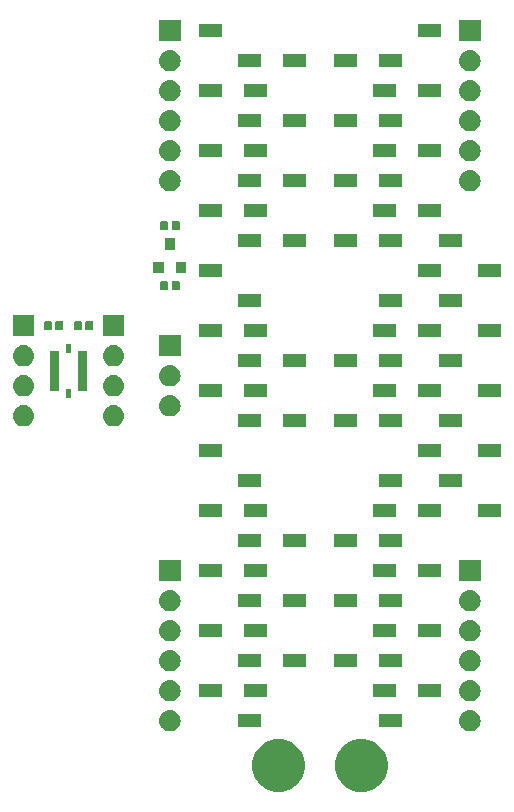
<source format=gts>
G04 #@! TF.GenerationSoftware,KiCad,Pcbnew,(5.1.4)-1*
G04 #@! TF.CreationDate,2021-07-20T22:26:21+09:00*
G04 #@! TF.ProjectId,UAV2021_ver3_panelizing,55415632-3032-4315-9f76-6572335f7061,rev?*
G04 #@! TF.SameCoordinates,Original*
G04 #@! TF.FileFunction,Soldermask,Top*
G04 #@! TF.FilePolarity,Negative*
%FSLAX46Y46*%
G04 Gerber Fmt 4.6, Leading zero omitted, Abs format (unit mm)*
G04 Created by KiCad (PCBNEW (5.1.4)-1) date 2021-07-20 22:26:21*
%MOMM*%
%LPD*%
G04 APERTURE LIST*
%ADD10C,0.100000*%
G04 APERTURE END LIST*
D10*
G36*
X3775880Y-30759776D02*
G01*
X4156593Y-30835504D01*
X4566249Y-31005189D01*
X4934929Y-31251534D01*
X5248466Y-31565071D01*
X5494811Y-31933751D01*
X5664496Y-32343407D01*
X5751000Y-32778296D01*
X5751000Y-33221704D01*
X5664496Y-33656593D01*
X5494811Y-34066249D01*
X5248466Y-34434929D01*
X4934929Y-34748466D01*
X4566249Y-34994811D01*
X4156593Y-35164496D01*
X3775880Y-35240224D01*
X3721705Y-35251000D01*
X3278295Y-35251000D01*
X3224120Y-35240224D01*
X2843407Y-35164496D01*
X2433751Y-34994811D01*
X2065071Y-34748466D01*
X1751534Y-34434929D01*
X1505189Y-34066249D01*
X1335504Y-33656593D01*
X1249000Y-33221704D01*
X1249000Y-32778296D01*
X1335504Y-32343407D01*
X1505189Y-31933751D01*
X1751534Y-31565071D01*
X2065071Y-31251534D01*
X2433751Y-31005189D01*
X2843407Y-30835504D01*
X3224120Y-30759776D01*
X3278295Y-30749000D01*
X3721705Y-30749000D01*
X3775880Y-30759776D01*
X3775880Y-30759776D01*
G37*
G36*
X-3224120Y-30759776D02*
G01*
X-2843407Y-30835504D01*
X-2433751Y-31005189D01*
X-2065071Y-31251534D01*
X-1751534Y-31565071D01*
X-1505189Y-31933751D01*
X-1335504Y-32343407D01*
X-1249000Y-32778296D01*
X-1249000Y-33221704D01*
X-1335504Y-33656593D01*
X-1505189Y-34066249D01*
X-1751534Y-34434929D01*
X-2065071Y-34748466D01*
X-2433751Y-34994811D01*
X-2843407Y-35164496D01*
X-3224120Y-35240224D01*
X-3278295Y-35251000D01*
X-3721705Y-35251000D01*
X-3775880Y-35240224D01*
X-4156593Y-35164496D01*
X-4566249Y-34994811D01*
X-4934929Y-34748466D01*
X-5248466Y-34434929D01*
X-5494811Y-34066249D01*
X-5664496Y-33656593D01*
X-5751000Y-33221704D01*
X-5751000Y-32778296D01*
X-5664496Y-32343407D01*
X-5494811Y-31933751D01*
X-5248466Y-31565071D01*
X-4934929Y-31251534D01*
X-4566249Y-31005189D01*
X-4156593Y-30835504D01*
X-3775880Y-30759776D01*
X-3721705Y-30749000D01*
X-3278295Y-30749000D01*
X-3224120Y-30759776D01*
X-3224120Y-30759776D01*
G37*
G36*
X-12589558Y-28315518D02*
G01*
X-12523373Y-28322037D01*
X-12353534Y-28373557D01*
X-12197009Y-28457222D01*
X-12161271Y-28486552D01*
X-12059814Y-28569814D01*
X-11986622Y-28659000D01*
X-11947222Y-28707009D01*
X-11863557Y-28863534D01*
X-11812037Y-29033373D01*
X-11794641Y-29210000D01*
X-11812037Y-29386627D01*
X-11863557Y-29556466D01*
X-11947222Y-29712991D01*
X-11976552Y-29748729D01*
X-12059814Y-29850186D01*
X-12161271Y-29933448D01*
X-12197009Y-29962778D01*
X-12353534Y-30046443D01*
X-12523373Y-30097963D01*
X-12589558Y-30104482D01*
X-12655740Y-30111000D01*
X-12744260Y-30111000D01*
X-12810442Y-30104482D01*
X-12876627Y-30097963D01*
X-13046466Y-30046443D01*
X-13202991Y-29962778D01*
X-13238729Y-29933448D01*
X-13340186Y-29850186D01*
X-13423448Y-29748729D01*
X-13452778Y-29712991D01*
X-13536443Y-29556466D01*
X-13587963Y-29386627D01*
X-13605359Y-29210000D01*
X-13587963Y-29033373D01*
X-13536443Y-28863534D01*
X-13452778Y-28707009D01*
X-13413378Y-28659000D01*
X-13340186Y-28569814D01*
X-13238729Y-28486552D01*
X-13202991Y-28457222D01*
X-13046466Y-28373557D01*
X-12876627Y-28322037D01*
X-12810442Y-28315518D01*
X-12744260Y-28309000D01*
X-12655740Y-28309000D01*
X-12589558Y-28315518D01*
X-12589558Y-28315518D01*
G37*
G36*
X12810442Y-28315518D02*
G01*
X12876627Y-28322037D01*
X13046466Y-28373557D01*
X13202991Y-28457222D01*
X13238729Y-28486552D01*
X13340186Y-28569814D01*
X13413378Y-28659000D01*
X13452778Y-28707009D01*
X13536443Y-28863534D01*
X13587963Y-29033373D01*
X13605359Y-29210000D01*
X13587963Y-29386627D01*
X13536443Y-29556466D01*
X13452778Y-29712991D01*
X13423448Y-29748729D01*
X13340186Y-29850186D01*
X13238729Y-29933448D01*
X13202991Y-29962778D01*
X13046466Y-30046443D01*
X12876627Y-30097963D01*
X12810442Y-30104482D01*
X12744260Y-30111000D01*
X12655740Y-30111000D01*
X12589558Y-30104482D01*
X12523373Y-30097963D01*
X12353534Y-30046443D01*
X12197009Y-29962778D01*
X12161271Y-29933448D01*
X12059814Y-29850186D01*
X11976552Y-29748729D01*
X11947222Y-29712991D01*
X11863557Y-29556466D01*
X11812037Y-29386627D01*
X11794641Y-29210000D01*
X11812037Y-29033373D01*
X11863557Y-28863534D01*
X11947222Y-28707009D01*
X11986622Y-28659000D01*
X12059814Y-28569814D01*
X12161271Y-28486552D01*
X12197009Y-28457222D01*
X12353534Y-28373557D01*
X12523373Y-28322037D01*
X12589558Y-28315518D01*
X12655740Y-28309000D01*
X12744260Y-28309000D01*
X12810442Y-28315518D01*
X12810442Y-28315518D01*
G37*
G36*
X6971000Y-29761000D02*
G01*
X4969000Y-29761000D01*
X4969000Y-28659000D01*
X6971000Y-28659000D01*
X6971000Y-29761000D01*
X6971000Y-29761000D01*
G37*
G36*
X-4969000Y-29761000D02*
G01*
X-6971000Y-29761000D01*
X-6971000Y-28659000D01*
X-4969000Y-28659000D01*
X-4969000Y-29761000D01*
X-4969000Y-29761000D01*
G37*
G36*
X12810442Y-25775518D02*
G01*
X12876627Y-25782037D01*
X13046466Y-25833557D01*
X13202991Y-25917222D01*
X13238729Y-25946552D01*
X13340186Y-26029814D01*
X13413378Y-26119000D01*
X13452778Y-26167009D01*
X13536443Y-26323534D01*
X13587963Y-26493373D01*
X13605359Y-26670000D01*
X13587963Y-26846627D01*
X13536443Y-27016466D01*
X13452778Y-27172991D01*
X13423448Y-27208729D01*
X13340186Y-27310186D01*
X13238729Y-27393448D01*
X13202991Y-27422778D01*
X13046466Y-27506443D01*
X12876627Y-27557963D01*
X12810442Y-27564482D01*
X12744260Y-27571000D01*
X12655740Y-27571000D01*
X12589558Y-27564482D01*
X12523373Y-27557963D01*
X12353534Y-27506443D01*
X12197009Y-27422778D01*
X12161271Y-27393448D01*
X12059814Y-27310186D01*
X11976552Y-27208729D01*
X11947222Y-27172991D01*
X11863557Y-27016466D01*
X11812037Y-26846627D01*
X11794641Y-26670000D01*
X11812037Y-26493373D01*
X11863557Y-26323534D01*
X11947222Y-26167009D01*
X11986622Y-26119000D01*
X12059814Y-26029814D01*
X12161271Y-25946552D01*
X12197009Y-25917222D01*
X12353534Y-25833557D01*
X12523373Y-25782037D01*
X12589557Y-25775519D01*
X12655740Y-25769000D01*
X12744260Y-25769000D01*
X12810442Y-25775518D01*
X12810442Y-25775518D01*
G37*
G36*
X-12589557Y-25775519D02*
G01*
X-12523373Y-25782037D01*
X-12353534Y-25833557D01*
X-12197009Y-25917222D01*
X-12161271Y-25946552D01*
X-12059814Y-26029814D01*
X-11986622Y-26119000D01*
X-11947222Y-26167009D01*
X-11863557Y-26323534D01*
X-11812037Y-26493373D01*
X-11794641Y-26670000D01*
X-11812037Y-26846627D01*
X-11863557Y-27016466D01*
X-11947222Y-27172991D01*
X-11976552Y-27208729D01*
X-12059814Y-27310186D01*
X-12161271Y-27393448D01*
X-12197009Y-27422778D01*
X-12353534Y-27506443D01*
X-12523373Y-27557963D01*
X-12589558Y-27564482D01*
X-12655740Y-27571000D01*
X-12744260Y-27571000D01*
X-12810442Y-27564482D01*
X-12876627Y-27557963D01*
X-13046466Y-27506443D01*
X-13202991Y-27422778D01*
X-13238729Y-27393448D01*
X-13340186Y-27310186D01*
X-13423448Y-27208729D01*
X-13452778Y-27172991D01*
X-13536443Y-27016466D01*
X-13587963Y-26846627D01*
X-13605359Y-26670000D01*
X-13587963Y-26493373D01*
X-13536443Y-26323534D01*
X-13452778Y-26167009D01*
X-13413378Y-26119000D01*
X-13340186Y-26029814D01*
X-13238729Y-25946552D01*
X-13202991Y-25917222D01*
X-13046466Y-25833557D01*
X-12876627Y-25782037D01*
X-12810442Y-25775518D01*
X-12744260Y-25769000D01*
X-12655740Y-25769000D01*
X-12589557Y-25775519D01*
X-12589557Y-25775519D01*
G37*
G36*
X-8269000Y-27221000D02*
G01*
X-10271000Y-27221000D01*
X-10271000Y-26119000D01*
X-8269000Y-26119000D01*
X-8269000Y-27221000D01*
X-8269000Y-27221000D01*
G37*
G36*
X-4459000Y-27221000D02*
G01*
X-6461000Y-27221000D01*
X-6461000Y-26119000D01*
X-4459000Y-26119000D01*
X-4459000Y-27221000D01*
X-4459000Y-27221000D01*
G37*
G36*
X6461000Y-27221000D02*
G01*
X4459000Y-27221000D01*
X4459000Y-26119000D01*
X6461000Y-26119000D01*
X6461000Y-27221000D01*
X6461000Y-27221000D01*
G37*
G36*
X10271000Y-27221000D02*
G01*
X8269000Y-27221000D01*
X8269000Y-26119000D01*
X10271000Y-26119000D01*
X10271000Y-27221000D01*
X10271000Y-27221000D01*
G37*
G36*
X-12589558Y-23235518D02*
G01*
X-12523373Y-23242037D01*
X-12353534Y-23293557D01*
X-12197009Y-23377222D01*
X-12161271Y-23406552D01*
X-12059814Y-23489814D01*
X-11986622Y-23579000D01*
X-11947222Y-23627009D01*
X-11863557Y-23783534D01*
X-11812037Y-23953373D01*
X-11794641Y-24130000D01*
X-11812037Y-24306627D01*
X-11863557Y-24476466D01*
X-11947222Y-24632991D01*
X-11976552Y-24668729D01*
X-12059814Y-24770186D01*
X-12161271Y-24853448D01*
X-12197009Y-24882778D01*
X-12353534Y-24966443D01*
X-12523373Y-25017963D01*
X-12589557Y-25024481D01*
X-12655740Y-25031000D01*
X-12744260Y-25031000D01*
X-12810443Y-25024481D01*
X-12876627Y-25017963D01*
X-13046466Y-24966443D01*
X-13202991Y-24882778D01*
X-13238729Y-24853448D01*
X-13340186Y-24770186D01*
X-13423448Y-24668729D01*
X-13452778Y-24632991D01*
X-13536443Y-24476466D01*
X-13587963Y-24306627D01*
X-13605359Y-24130000D01*
X-13587963Y-23953373D01*
X-13536443Y-23783534D01*
X-13452778Y-23627009D01*
X-13413378Y-23579000D01*
X-13340186Y-23489814D01*
X-13238729Y-23406552D01*
X-13202991Y-23377222D01*
X-13046466Y-23293557D01*
X-12876627Y-23242037D01*
X-12810442Y-23235518D01*
X-12744260Y-23229000D01*
X-12655740Y-23229000D01*
X-12589558Y-23235518D01*
X-12589558Y-23235518D01*
G37*
G36*
X12810442Y-23235518D02*
G01*
X12876627Y-23242037D01*
X13046466Y-23293557D01*
X13202991Y-23377222D01*
X13238729Y-23406552D01*
X13340186Y-23489814D01*
X13413378Y-23579000D01*
X13452778Y-23627009D01*
X13536443Y-23783534D01*
X13587963Y-23953373D01*
X13605359Y-24130000D01*
X13587963Y-24306627D01*
X13536443Y-24476466D01*
X13452778Y-24632991D01*
X13423448Y-24668729D01*
X13340186Y-24770186D01*
X13238729Y-24853448D01*
X13202991Y-24882778D01*
X13046466Y-24966443D01*
X12876627Y-25017963D01*
X12810443Y-25024481D01*
X12744260Y-25031000D01*
X12655740Y-25031000D01*
X12589557Y-25024481D01*
X12523373Y-25017963D01*
X12353534Y-24966443D01*
X12197009Y-24882778D01*
X12161271Y-24853448D01*
X12059814Y-24770186D01*
X11976552Y-24668729D01*
X11947222Y-24632991D01*
X11863557Y-24476466D01*
X11812037Y-24306627D01*
X11794641Y-24130000D01*
X11812037Y-23953373D01*
X11863557Y-23783534D01*
X11947222Y-23627009D01*
X11986622Y-23579000D01*
X12059814Y-23489814D01*
X12161271Y-23406552D01*
X12197009Y-23377222D01*
X12353534Y-23293557D01*
X12523373Y-23242037D01*
X12589558Y-23235518D01*
X12655740Y-23229000D01*
X12744260Y-23229000D01*
X12810442Y-23235518D01*
X12810442Y-23235518D01*
G37*
G36*
X3161000Y-24681000D02*
G01*
X1159000Y-24681000D01*
X1159000Y-23579000D01*
X3161000Y-23579000D01*
X3161000Y-24681000D01*
X3161000Y-24681000D01*
G37*
G36*
X6971000Y-24681000D02*
G01*
X4969000Y-24681000D01*
X4969000Y-23579000D01*
X6971000Y-23579000D01*
X6971000Y-24681000D01*
X6971000Y-24681000D01*
G37*
G36*
X-4969000Y-24681000D02*
G01*
X-6971000Y-24681000D01*
X-6971000Y-23579000D01*
X-4969000Y-23579000D01*
X-4969000Y-24681000D01*
X-4969000Y-24681000D01*
G37*
G36*
X-1159000Y-24681000D02*
G01*
X-3161000Y-24681000D01*
X-3161000Y-23579000D01*
X-1159000Y-23579000D01*
X-1159000Y-24681000D01*
X-1159000Y-24681000D01*
G37*
G36*
X12810443Y-20695519D02*
G01*
X12876627Y-20702037D01*
X13046466Y-20753557D01*
X13202991Y-20837222D01*
X13238729Y-20866552D01*
X13340186Y-20949814D01*
X13413378Y-21039000D01*
X13452778Y-21087009D01*
X13536443Y-21243534D01*
X13587963Y-21413373D01*
X13605359Y-21590000D01*
X13587963Y-21766627D01*
X13536443Y-21936466D01*
X13452778Y-22092991D01*
X13423448Y-22128729D01*
X13340186Y-22230186D01*
X13238729Y-22313448D01*
X13202991Y-22342778D01*
X13046466Y-22426443D01*
X12876627Y-22477963D01*
X12810442Y-22484482D01*
X12744260Y-22491000D01*
X12655740Y-22491000D01*
X12589558Y-22484482D01*
X12523373Y-22477963D01*
X12353534Y-22426443D01*
X12197009Y-22342778D01*
X12161271Y-22313448D01*
X12059814Y-22230186D01*
X11976552Y-22128729D01*
X11947222Y-22092991D01*
X11863557Y-21936466D01*
X11812037Y-21766627D01*
X11794641Y-21590000D01*
X11812037Y-21413373D01*
X11863557Y-21243534D01*
X11947222Y-21087009D01*
X11986622Y-21039000D01*
X12059814Y-20949814D01*
X12161271Y-20866552D01*
X12197009Y-20837222D01*
X12353534Y-20753557D01*
X12523373Y-20702037D01*
X12589557Y-20695519D01*
X12655740Y-20689000D01*
X12744260Y-20689000D01*
X12810443Y-20695519D01*
X12810443Y-20695519D01*
G37*
G36*
X-12589557Y-20695519D02*
G01*
X-12523373Y-20702037D01*
X-12353534Y-20753557D01*
X-12197009Y-20837222D01*
X-12161271Y-20866552D01*
X-12059814Y-20949814D01*
X-11986622Y-21039000D01*
X-11947222Y-21087009D01*
X-11863557Y-21243534D01*
X-11812037Y-21413373D01*
X-11794641Y-21590000D01*
X-11812037Y-21766627D01*
X-11863557Y-21936466D01*
X-11947222Y-22092991D01*
X-11976552Y-22128729D01*
X-12059814Y-22230186D01*
X-12161271Y-22313448D01*
X-12197009Y-22342778D01*
X-12353534Y-22426443D01*
X-12523373Y-22477963D01*
X-12589558Y-22484482D01*
X-12655740Y-22491000D01*
X-12744260Y-22491000D01*
X-12810442Y-22484482D01*
X-12876627Y-22477963D01*
X-13046466Y-22426443D01*
X-13202991Y-22342778D01*
X-13238729Y-22313448D01*
X-13340186Y-22230186D01*
X-13423448Y-22128729D01*
X-13452778Y-22092991D01*
X-13536443Y-21936466D01*
X-13587963Y-21766627D01*
X-13605359Y-21590000D01*
X-13587963Y-21413373D01*
X-13536443Y-21243534D01*
X-13452778Y-21087009D01*
X-13413378Y-21039000D01*
X-13340186Y-20949814D01*
X-13238729Y-20866552D01*
X-13202991Y-20837222D01*
X-13046466Y-20753557D01*
X-12876627Y-20702037D01*
X-12810443Y-20695519D01*
X-12744260Y-20689000D01*
X-12655740Y-20689000D01*
X-12589557Y-20695519D01*
X-12589557Y-20695519D01*
G37*
G36*
X10271000Y-22141000D02*
G01*
X8269000Y-22141000D01*
X8269000Y-21039000D01*
X10271000Y-21039000D01*
X10271000Y-22141000D01*
X10271000Y-22141000D01*
G37*
G36*
X-8269000Y-22141000D02*
G01*
X-10271000Y-22141000D01*
X-10271000Y-21039000D01*
X-8269000Y-21039000D01*
X-8269000Y-22141000D01*
X-8269000Y-22141000D01*
G37*
G36*
X6461000Y-22141000D02*
G01*
X4459000Y-22141000D01*
X4459000Y-21039000D01*
X6461000Y-21039000D01*
X6461000Y-22141000D01*
X6461000Y-22141000D01*
G37*
G36*
X-4459000Y-22141000D02*
G01*
X-6461000Y-22141000D01*
X-6461000Y-21039000D01*
X-4459000Y-21039000D01*
X-4459000Y-22141000D01*
X-4459000Y-22141000D01*
G37*
G36*
X12810442Y-18155518D02*
G01*
X12876627Y-18162037D01*
X13046466Y-18213557D01*
X13202991Y-18297222D01*
X13238729Y-18326552D01*
X13340186Y-18409814D01*
X13413378Y-18499000D01*
X13452778Y-18547009D01*
X13536443Y-18703534D01*
X13587963Y-18873373D01*
X13605359Y-19050000D01*
X13587963Y-19226627D01*
X13536443Y-19396466D01*
X13452778Y-19552991D01*
X13423448Y-19588729D01*
X13340186Y-19690186D01*
X13238729Y-19773448D01*
X13202991Y-19802778D01*
X13046466Y-19886443D01*
X12876627Y-19937963D01*
X12810442Y-19944482D01*
X12744260Y-19951000D01*
X12655740Y-19951000D01*
X12589558Y-19944482D01*
X12523373Y-19937963D01*
X12353534Y-19886443D01*
X12197009Y-19802778D01*
X12161271Y-19773448D01*
X12059814Y-19690186D01*
X11976552Y-19588729D01*
X11947222Y-19552991D01*
X11863557Y-19396466D01*
X11812037Y-19226627D01*
X11794641Y-19050000D01*
X11812037Y-18873373D01*
X11863557Y-18703534D01*
X11947222Y-18547009D01*
X11986622Y-18499000D01*
X12059814Y-18409814D01*
X12161271Y-18326552D01*
X12197009Y-18297222D01*
X12353534Y-18213557D01*
X12523373Y-18162037D01*
X12589558Y-18155518D01*
X12655740Y-18149000D01*
X12744260Y-18149000D01*
X12810442Y-18155518D01*
X12810442Y-18155518D01*
G37*
G36*
X-12589558Y-18155518D02*
G01*
X-12523373Y-18162037D01*
X-12353534Y-18213557D01*
X-12197009Y-18297222D01*
X-12161271Y-18326552D01*
X-12059814Y-18409814D01*
X-11986622Y-18499000D01*
X-11947222Y-18547009D01*
X-11863557Y-18703534D01*
X-11812037Y-18873373D01*
X-11794641Y-19050000D01*
X-11812037Y-19226627D01*
X-11863557Y-19396466D01*
X-11947222Y-19552991D01*
X-11976552Y-19588729D01*
X-12059814Y-19690186D01*
X-12161271Y-19773448D01*
X-12197009Y-19802778D01*
X-12353534Y-19886443D01*
X-12523373Y-19937963D01*
X-12589558Y-19944482D01*
X-12655740Y-19951000D01*
X-12744260Y-19951000D01*
X-12810442Y-19944482D01*
X-12876627Y-19937963D01*
X-13046466Y-19886443D01*
X-13202991Y-19802778D01*
X-13238729Y-19773448D01*
X-13340186Y-19690186D01*
X-13423448Y-19588729D01*
X-13452778Y-19552991D01*
X-13536443Y-19396466D01*
X-13587963Y-19226627D01*
X-13605359Y-19050000D01*
X-13587963Y-18873373D01*
X-13536443Y-18703534D01*
X-13452778Y-18547009D01*
X-13413378Y-18499000D01*
X-13340186Y-18409814D01*
X-13238729Y-18326552D01*
X-13202991Y-18297222D01*
X-13046466Y-18213557D01*
X-12876627Y-18162037D01*
X-12810442Y-18155518D01*
X-12744260Y-18149000D01*
X-12655740Y-18149000D01*
X-12589558Y-18155518D01*
X-12589558Y-18155518D01*
G37*
G36*
X-1159000Y-19601000D02*
G01*
X-3161000Y-19601000D01*
X-3161000Y-18499000D01*
X-1159000Y-18499000D01*
X-1159000Y-19601000D01*
X-1159000Y-19601000D01*
G37*
G36*
X6971000Y-19601000D02*
G01*
X4969000Y-19601000D01*
X4969000Y-18499000D01*
X6971000Y-18499000D01*
X6971000Y-19601000D01*
X6971000Y-19601000D01*
G37*
G36*
X-4969000Y-19601000D02*
G01*
X-6971000Y-19601000D01*
X-6971000Y-18499000D01*
X-4969000Y-18499000D01*
X-4969000Y-19601000D01*
X-4969000Y-19601000D01*
G37*
G36*
X3161000Y-19601000D02*
G01*
X1159000Y-19601000D01*
X1159000Y-18499000D01*
X3161000Y-18499000D01*
X3161000Y-19601000D01*
X3161000Y-19601000D01*
G37*
G36*
X-11799000Y-17411000D02*
G01*
X-13601000Y-17411000D01*
X-13601000Y-15609000D01*
X-11799000Y-15609000D01*
X-11799000Y-17411000D01*
X-11799000Y-17411000D01*
G37*
G36*
X13601000Y-17411000D02*
G01*
X11799000Y-17411000D01*
X11799000Y-15609000D01*
X13601000Y-15609000D01*
X13601000Y-17411000D01*
X13601000Y-17411000D01*
G37*
G36*
X6461000Y-17061000D02*
G01*
X4459000Y-17061000D01*
X4459000Y-15959000D01*
X6461000Y-15959000D01*
X6461000Y-17061000D01*
X6461000Y-17061000D01*
G37*
G36*
X10271000Y-17061000D02*
G01*
X8269000Y-17061000D01*
X8269000Y-15959000D01*
X10271000Y-15959000D01*
X10271000Y-17061000D01*
X10271000Y-17061000D01*
G37*
G36*
X-8269000Y-17061000D02*
G01*
X-10271000Y-17061000D01*
X-10271000Y-15959000D01*
X-8269000Y-15959000D01*
X-8269000Y-17061000D01*
X-8269000Y-17061000D01*
G37*
G36*
X-4459000Y-17061000D02*
G01*
X-6461000Y-17061000D01*
X-6461000Y-15959000D01*
X-4459000Y-15959000D01*
X-4459000Y-17061000D01*
X-4459000Y-17061000D01*
G37*
G36*
X-1159000Y-14521000D02*
G01*
X-3161000Y-14521000D01*
X-3161000Y-13419000D01*
X-1159000Y-13419000D01*
X-1159000Y-14521000D01*
X-1159000Y-14521000D01*
G37*
G36*
X3161000Y-14521000D02*
G01*
X1159000Y-14521000D01*
X1159000Y-13419000D01*
X3161000Y-13419000D01*
X3161000Y-14521000D01*
X3161000Y-14521000D01*
G37*
G36*
X-4969000Y-14521000D02*
G01*
X-6971000Y-14521000D01*
X-6971000Y-13419000D01*
X-4969000Y-13419000D01*
X-4969000Y-14521000D01*
X-4969000Y-14521000D01*
G37*
G36*
X6971000Y-14521000D02*
G01*
X4969000Y-14521000D01*
X4969000Y-13419000D01*
X6971000Y-13419000D01*
X6971000Y-14521000D01*
X6971000Y-14521000D01*
G37*
G36*
X-4459000Y-11981000D02*
G01*
X-6461000Y-11981000D01*
X-6461000Y-10879000D01*
X-4459000Y-10879000D01*
X-4459000Y-11981000D01*
X-4459000Y-11981000D01*
G37*
G36*
X6461000Y-11981000D02*
G01*
X4459000Y-11981000D01*
X4459000Y-10879000D01*
X6461000Y-10879000D01*
X6461000Y-11981000D01*
X6461000Y-11981000D01*
G37*
G36*
X-8269000Y-11981000D02*
G01*
X-10271000Y-11981000D01*
X-10271000Y-10879000D01*
X-8269000Y-10879000D01*
X-8269000Y-11981000D01*
X-8269000Y-11981000D01*
G37*
G36*
X10271000Y-11981000D02*
G01*
X8269000Y-11981000D01*
X8269000Y-10879000D01*
X10271000Y-10879000D01*
X10271000Y-11981000D01*
X10271000Y-11981000D01*
G37*
G36*
X15351000Y-11981000D02*
G01*
X13349000Y-11981000D01*
X13349000Y-10879000D01*
X15351000Y-10879000D01*
X15351000Y-11981000D01*
X15351000Y-11981000D01*
G37*
G36*
X12051000Y-9441000D02*
G01*
X10049000Y-9441000D01*
X10049000Y-8339000D01*
X12051000Y-8339000D01*
X12051000Y-9441000D01*
X12051000Y-9441000D01*
G37*
G36*
X-4969000Y-9441000D02*
G01*
X-6971000Y-9441000D01*
X-6971000Y-8339000D01*
X-4969000Y-8339000D01*
X-4969000Y-9441000D01*
X-4969000Y-9441000D01*
G37*
G36*
X6971000Y-9441000D02*
G01*
X4969000Y-9441000D01*
X4969000Y-8339000D01*
X6971000Y-8339000D01*
X6971000Y-9441000D01*
X6971000Y-9441000D01*
G37*
G36*
X-8269000Y-6901000D02*
G01*
X-10271000Y-6901000D01*
X-10271000Y-5799000D01*
X-8269000Y-5799000D01*
X-8269000Y-6901000D01*
X-8269000Y-6901000D01*
G37*
G36*
X15351000Y-6901000D02*
G01*
X13349000Y-6901000D01*
X13349000Y-5799000D01*
X15351000Y-5799000D01*
X15351000Y-6901000D01*
X15351000Y-6901000D01*
G37*
G36*
X10271000Y-6901000D02*
G01*
X8269000Y-6901000D01*
X8269000Y-5799000D01*
X10271000Y-5799000D01*
X10271000Y-6901000D01*
X10271000Y-6901000D01*
G37*
G36*
X3161000Y-4361000D02*
G01*
X1159000Y-4361000D01*
X1159000Y-3259000D01*
X3161000Y-3259000D01*
X3161000Y-4361000D01*
X3161000Y-4361000D01*
G37*
G36*
X12051000Y-4361000D02*
G01*
X10049000Y-4361000D01*
X10049000Y-3259000D01*
X12051000Y-3259000D01*
X12051000Y-4361000D01*
X12051000Y-4361000D01*
G37*
G36*
X-1159000Y-4361000D02*
G01*
X-3161000Y-4361000D01*
X-3161000Y-3259000D01*
X-1159000Y-3259000D01*
X-1159000Y-4361000D01*
X-1159000Y-4361000D01*
G37*
G36*
X6971000Y-4361000D02*
G01*
X4969000Y-4361000D01*
X4969000Y-3259000D01*
X6971000Y-3259000D01*
X6971000Y-4361000D01*
X6971000Y-4361000D01*
G37*
G36*
X-4969000Y-4361000D02*
G01*
X-6971000Y-4361000D01*
X-6971000Y-3259000D01*
X-4969000Y-3259000D01*
X-4969000Y-4361000D01*
X-4969000Y-4361000D01*
G37*
G36*
X-24979557Y-2495519D02*
G01*
X-24913373Y-2502037D01*
X-24743534Y-2553557D01*
X-24587009Y-2637222D01*
X-24551271Y-2666552D01*
X-24449814Y-2749814D01*
X-24366552Y-2851271D01*
X-24337222Y-2887009D01*
X-24253557Y-3043534D01*
X-24202037Y-3213373D01*
X-24184641Y-3390000D01*
X-24202037Y-3566627D01*
X-24253557Y-3736466D01*
X-24337222Y-3892991D01*
X-24366552Y-3928729D01*
X-24449814Y-4030186D01*
X-24551271Y-4113448D01*
X-24587009Y-4142778D01*
X-24743534Y-4226443D01*
X-24913373Y-4277963D01*
X-24979558Y-4284482D01*
X-25045740Y-4291000D01*
X-25134260Y-4291000D01*
X-25200442Y-4284482D01*
X-25266627Y-4277963D01*
X-25436466Y-4226443D01*
X-25592991Y-4142778D01*
X-25628729Y-4113448D01*
X-25730186Y-4030186D01*
X-25813448Y-3928729D01*
X-25842778Y-3892991D01*
X-25926443Y-3736466D01*
X-25977963Y-3566627D01*
X-25995359Y-3390000D01*
X-25977963Y-3213373D01*
X-25926443Y-3043534D01*
X-25842778Y-2887009D01*
X-25813448Y-2851271D01*
X-25730186Y-2749814D01*
X-25628729Y-2666552D01*
X-25592991Y-2637222D01*
X-25436466Y-2553557D01*
X-25266627Y-2502037D01*
X-25200443Y-2495519D01*
X-25134260Y-2489000D01*
X-25045740Y-2489000D01*
X-24979557Y-2495519D01*
X-24979557Y-2495519D01*
G37*
G36*
X-17359557Y-2495519D02*
G01*
X-17293373Y-2502037D01*
X-17123534Y-2553557D01*
X-16967009Y-2637222D01*
X-16931271Y-2666552D01*
X-16829814Y-2749814D01*
X-16746552Y-2851271D01*
X-16717222Y-2887009D01*
X-16633557Y-3043534D01*
X-16582037Y-3213373D01*
X-16564641Y-3390000D01*
X-16582037Y-3566627D01*
X-16633557Y-3736466D01*
X-16717222Y-3892991D01*
X-16746552Y-3928729D01*
X-16829814Y-4030186D01*
X-16931271Y-4113448D01*
X-16967009Y-4142778D01*
X-17123534Y-4226443D01*
X-17293373Y-4277963D01*
X-17359558Y-4284482D01*
X-17425740Y-4291000D01*
X-17514260Y-4291000D01*
X-17580442Y-4284482D01*
X-17646627Y-4277963D01*
X-17816466Y-4226443D01*
X-17972991Y-4142778D01*
X-18008729Y-4113448D01*
X-18110186Y-4030186D01*
X-18193448Y-3928729D01*
X-18222778Y-3892991D01*
X-18306443Y-3736466D01*
X-18357963Y-3566627D01*
X-18375359Y-3390000D01*
X-18357963Y-3213373D01*
X-18306443Y-3043534D01*
X-18222778Y-2887009D01*
X-18193448Y-2851271D01*
X-18110186Y-2749814D01*
X-18008729Y-2666552D01*
X-17972991Y-2637222D01*
X-17816466Y-2553557D01*
X-17646627Y-2502037D01*
X-17580443Y-2495519D01*
X-17514260Y-2489000D01*
X-17425740Y-2489000D01*
X-17359557Y-2495519D01*
X-17359557Y-2495519D01*
G37*
G36*
X-12589557Y-1645519D02*
G01*
X-12523373Y-1652037D01*
X-12353534Y-1703557D01*
X-12197009Y-1787222D01*
X-12161271Y-1816552D01*
X-12059814Y-1899814D01*
X-11976552Y-2001271D01*
X-11947222Y-2037009D01*
X-11863557Y-2193534D01*
X-11812037Y-2363373D01*
X-11794641Y-2540000D01*
X-11812037Y-2716627D01*
X-11863557Y-2886466D01*
X-11947222Y-3042991D01*
X-11947668Y-3043534D01*
X-12059814Y-3180186D01*
X-12155851Y-3259000D01*
X-12197009Y-3292778D01*
X-12353534Y-3376443D01*
X-12523373Y-3427963D01*
X-12589557Y-3434481D01*
X-12655740Y-3441000D01*
X-12744260Y-3441000D01*
X-12810443Y-3434481D01*
X-12876627Y-3427963D01*
X-13046466Y-3376443D01*
X-13202991Y-3292778D01*
X-13244149Y-3259000D01*
X-13340186Y-3180186D01*
X-13452332Y-3043534D01*
X-13452778Y-3042991D01*
X-13536443Y-2886466D01*
X-13587963Y-2716627D01*
X-13605359Y-2540000D01*
X-13587963Y-2363373D01*
X-13536443Y-2193534D01*
X-13452778Y-2037009D01*
X-13423448Y-2001271D01*
X-13340186Y-1899814D01*
X-13238729Y-1816552D01*
X-13202991Y-1787222D01*
X-13046466Y-1703557D01*
X-12876627Y-1652037D01*
X-12810443Y-1645519D01*
X-12744260Y-1639000D01*
X-12655740Y-1639000D01*
X-12589557Y-1645519D01*
X-12589557Y-1645519D01*
G37*
G36*
X-21104000Y-1883500D02*
G01*
X-21456000Y-1883500D01*
X-21456000Y-1106500D01*
X-21104000Y-1106500D01*
X-21104000Y-1883500D01*
X-21104000Y-1883500D01*
G37*
G36*
X15351000Y-1821000D02*
G01*
X13349000Y-1821000D01*
X13349000Y-719000D01*
X15351000Y-719000D01*
X15351000Y-1821000D01*
X15351000Y-1821000D01*
G37*
G36*
X10271000Y-1821000D02*
G01*
X8269000Y-1821000D01*
X8269000Y-719000D01*
X10271000Y-719000D01*
X10271000Y-1821000D01*
X10271000Y-1821000D01*
G37*
G36*
X6461000Y-1821000D02*
G01*
X4459000Y-1821000D01*
X4459000Y-719000D01*
X6461000Y-719000D01*
X6461000Y-1821000D01*
X6461000Y-1821000D01*
G37*
G36*
X-8269000Y-1821000D02*
G01*
X-10271000Y-1821000D01*
X-10271000Y-719000D01*
X-8269000Y-719000D01*
X-8269000Y-1821000D01*
X-8269000Y-1821000D01*
G37*
G36*
X-4459000Y-1821000D02*
G01*
X-6461000Y-1821000D01*
X-6461000Y-719000D01*
X-4459000Y-719000D01*
X-4459000Y-1821000D01*
X-4459000Y-1821000D01*
G37*
G36*
X-17359557Y44481D02*
G01*
X-17293373Y37963D01*
X-17123534Y-13557D01*
X-16967009Y-97222D01*
X-16931271Y-126552D01*
X-16829814Y-209814D01*
X-16746552Y-311271D01*
X-16717222Y-347009D01*
X-16633557Y-503534D01*
X-16582037Y-673373D01*
X-16564641Y-850000D01*
X-16582037Y-1026627D01*
X-16633557Y-1196466D01*
X-16717222Y-1352991D01*
X-16746552Y-1388729D01*
X-16829814Y-1490186D01*
X-16931271Y-1573448D01*
X-16967009Y-1602778D01*
X-17123534Y-1686443D01*
X-17293373Y-1737963D01*
X-17359557Y-1744481D01*
X-17425740Y-1751000D01*
X-17514260Y-1751000D01*
X-17580443Y-1744481D01*
X-17646627Y-1737963D01*
X-17816466Y-1686443D01*
X-17972991Y-1602778D01*
X-18008729Y-1573448D01*
X-18110186Y-1490186D01*
X-18193448Y-1388729D01*
X-18222778Y-1352991D01*
X-18306443Y-1196466D01*
X-18357963Y-1026627D01*
X-18375359Y-850000D01*
X-18357963Y-673373D01*
X-18306443Y-503534D01*
X-18222778Y-347009D01*
X-18193448Y-311271D01*
X-18110186Y-209814D01*
X-18008729Y-126552D01*
X-17972991Y-97222D01*
X-17816466Y-13557D01*
X-17646627Y37963D01*
X-17580443Y44481D01*
X-17514260Y51000D01*
X-17425740Y51000D01*
X-17359557Y44481D01*
X-17359557Y44481D01*
G37*
G36*
X-24979557Y44481D02*
G01*
X-24913373Y37963D01*
X-24743534Y-13557D01*
X-24587009Y-97222D01*
X-24551271Y-126552D01*
X-24449814Y-209814D01*
X-24366552Y-311271D01*
X-24337222Y-347009D01*
X-24253557Y-503534D01*
X-24202037Y-673373D01*
X-24184641Y-850000D01*
X-24202037Y-1026627D01*
X-24253557Y-1196466D01*
X-24337222Y-1352991D01*
X-24366552Y-1388729D01*
X-24449814Y-1490186D01*
X-24551271Y-1573448D01*
X-24587009Y-1602778D01*
X-24743534Y-1686443D01*
X-24913373Y-1737963D01*
X-24979557Y-1744481D01*
X-25045740Y-1751000D01*
X-25134260Y-1751000D01*
X-25200443Y-1744481D01*
X-25266627Y-1737963D01*
X-25436466Y-1686443D01*
X-25592991Y-1602778D01*
X-25628729Y-1573448D01*
X-25730186Y-1490186D01*
X-25813448Y-1388729D01*
X-25842778Y-1352991D01*
X-25926443Y-1196466D01*
X-25977963Y-1026627D01*
X-25995359Y-850000D01*
X-25977963Y-673373D01*
X-25926443Y-503534D01*
X-25842778Y-347009D01*
X-25813448Y-311271D01*
X-25730186Y-209814D01*
X-25628729Y-126552D01*
X-25592991Y-97222D01*
X-25436466Y-13557D01*
X-25266627Y37963D01*
X-25200443Y44481D01*
X-25134260Y51000D01*
X-25045740Y51000D01*
X-24979557Y44481D01*
X-24979557Y44481D01*
G37*
G36*
X-19726500Y-1256000D02*
G01*
X-20503500Y-1256000D01*
X-20503500Y2096000D01*
X-19726500Y2096000D01*
X-19726500Y-1256000D01*
X-19726500Y-1256000D01*
G37*
G36*
X-22056500Y-1256000D02*
G01*
X-22833500Y-1256000D01*
X-22833500Y2096000D01*
X-22056500Y2096000D01*
X-22056500Y-1256000D01*
X-22056500Y-1256000D01*
G37*
G36*
X-12589558Y894482D02*
G01*
X-12523373Y887963D01*
X-12353534Y836443D01*
X-12197009Y752778D01*
X-12161271Y723448D01*
X-12059814Y640186D01*
X-11976552Y538729D01*
X-11947222Y502991D01*
X-11863557Y346466D01*
X-11812037Y176627D01*
X-11794641Y0D01*
X-11812037Y-176627D01*
X-11863557Y-346466D01*
X-11947222Y-502991D01*
X-11947668Y-503534D01*
X-12059814Y-640186D01*
X-12155851Y-719000D01*
X-12197009Y-752778D01*
X-12353534Y-836443D01*
X-12523373Y-887963D01*
X-12589558Y-894482D01*
X-12655740Y-901000D01*
X-12744260Y-901000D01*
X-12810442Y-894482D01*
X-12876627Y-887963D01*
X-13046466Y-836443D01*
X-13202991Y-752778D01*
X-13244149Y-719000D01*
X-13340186Y-640186D01*
X-13452332Y-503534D01*
X-13452778Y-502991D01*
X-13536443Y-346466D01*
X-13587963Y-176627D01*
X-13605359Y0D01*
X-13587963Y176627D01*
X-13536443Y346466D01*
X-13452778Y502991D01*
X-13423448Y538729D01*
X-13340186Y640186D01*
X-13238729Y723448D01*
X-13202991Y752778D01*
X-13046466Y836443D01*
X-12876627Y887963D01*
X-12810442Y894482D01*
X-12744260Y901000D01*
X-12655740Y901000D01*
X-12589558Y894482D01*
X-12589558Y894482D01*
G37*
G36*
X3161000Y719000D02*
G01*
X1159000Y719000D01*
X1159000Y1821000D01*
X3161000Y1821000D01*
X3161000Y719000D01*
X3161000Y719000D01*
G37*
G36*
X-4969000Y719000D02*
G01*
X-6971000Y719000D01*
X-6971000Y1821000D01*
X-4969000Y1821000D01*
X-4969000Y719000D01*
X-4969000Y719000D01*
G37*
G36*
X-1159000Y719000D02*
G01*
X-3161000Y719000D01*
X-3161000Y1821000D01*
X-1159000Y1821000D01*
X-1159000Y719000D01*
X-1159000Y719000D01*
G37*
G36*
X6971000Y719000D02*
G01*
X4969000Y719000D01*
X4969000Y1821000D01*
X6971000Y1821000D01*
X6971000Y719000D01*
X6971000Y719000D01*
G37*
G36*
X12051000Y719000D02*
G01*
X10049000Y719000D01*
X10049000Y1821000D01*
X12051000Y1821000D01*
X12051000Y719000D01*
X12051000Y719000D01*
G37*
G36*
X-17359558Y2584482D02*
G01*
X-17293373Y2577963D01*
X-17123534Y2526443D01*
X-16967009Y2442778D01*
X-16931271Y2413448D01*
X-16829814Y2330186D01*
X-16746552Y2228729D01*
X-16717222Y2192991D01*
X-16633557Y2036466D01*
X-16582037Y1866627D01*
X-16564641Y1690000D01*
X-16582037Y1513373D01*
X-16633557Y1343534D01*
X-16717222Y1187009D01*
X-16746552Y1151271D01*
X-16829814Y1049814D01*
X-16931271Y966552D01*
X-16967009Y937222D01*
X-17123534Y853557D01*
X-17293373Y802037D01*
X-17359557Y795519D01*
X-17425740Y789000D01*
X-17514260Y789000D01*
X-17580443Y795519D01*
X-17646627Y802037D01*
X-17816466Y853557D01*
X-17972991Y937222D01*
X-18008729Y966552D01*
X-18110186Y1049814D01*
X-18193448Y1151271D01*
X-18222778Y1187009D01*
X-18306443Y1343534D01*
X-18357963Y1513373D01*
X-18375359Y1690000D01*
X-18357963Y1866627D01*
X-18306443Y2036466D01*
X-18222778Y2192991D01*
X-18193448Y2228729D01*
X-18110186Y2330186D01*
X-18008729Y2413448D01*
X-17972991Y2442778D01*
X-17816466Y2526443D01*
X-17646627Y2577963D01*
X-17580443Y2584481D01*
X-17514260Y2591000D01*
X-17425740Y2591000D01*
X-17359558Y2584482D01*
X-17359558Y2584482D01*
G37*
G36*
X-24979558Y2584482D02*
G01*
X-24913373Y2577963D01*
X-24743534Y2526443D01*
X-24587009Y2442778D01*
X-24551271Y2413448D01*
X-24449814Y2330186D01*
X-24366552Y2228729D01*
X-24337222Y2192991D01*
X-24253557Y2036466D01*
X-24202037Y1866627D01*
X-24184641Y1690000D01*
X-24202037Y1513373D01*
X-24253557Y1343534D01*
X-24337222Y1187009D01*
X-24366552Y1151271D01*
X-24449814Y1049814D01*
X-24551271Y966552D01*
X-24587009Y937222D01*
X-24743534Y853557D01*
X-24913373Y802037D01*
X-24979557Y795519D01*
X-25045740Y789000D01*
X-25134260Y789000D01*
X-25200443Y795519D01*
X-25266627Y802037D01*
X-25436466Y853557D01*
X-25592991Y937222D01*
X-25628729Y966552D01*
X-25730186Y1049814D01*
X-25813448Y1151271D01*
X-25842778Y1187009D01*
X-25926443Y1343534D01*
X-25977963Y1513373D01*
X-25995359Y1690000D01*
X-25977963Y1866627D01*
X-25926443Y2036466D01*
X-25842778Y2192991D01*
X-25813448Y2228729D01*
X-25730186Y2330186D01*
X-25628729Y2413448D01*
X-25592991Y2442778D01*
X-25436466Y2526443D01*
X-25266627Y2577963D01*
X-25200443Y2584481D01*
X-25134260Y2591000D01*
X-25045740Y2591000D01*
X-24979558Y2584482D01*
X-24979558Y2584482D01*
G37*
G36*
X-11799000Y1639000D02*
G01*
X-13601000Y1639000D01*
X-13601000Y3441000D01*
X-11799000Y3441000D01*
X-11799000Y1639000D01*
X-11799000Y1639000D01*
G37*
G36*
X-21104000Y1946500D02*
G01*
X-21456000Y1946500D01*
X-21456000Y2723500D01*
X-21104000Y2723500D01*
X-21104000Y1946500D01*
X-21104000Y1946500D01*
G37*
G36*
X6461000Y3259000D02*
G01*
X4459000Y3259000D01*
X4459000Y4361000D01*
X6461000Y4361000D01*
X6461000Y3259000D01*
X6461000Y3259000D01*
G37*
G36*
X15351000Y3259000D02*
G01*
X13349000Y3259000D01*
X13349000Y4361000D01*
X15351000Y4361000D01*
X15351000Y3259000D01*
X15351000Y3259000D01*
G37*
G36*
X-8269000Y3259000D02*
G01*
X-10271000Y3259000D01*
X-10271000Y4361000D01*
X-8269000Y4361000D01*
X-8269000Y3259000D01*
X-8269000Y3259000D01*
G37*
G36*
X10271000Y3259000D02*
G01*
X8269000Y3259000D01*
X8269000Y4361000D01*
X10271000Y4361000D01*
X10271000Y3259000D01*
X10271000Y3259000D01*
G37*
G36*
X-4459000Y3259000D02*
G01*
X-6461000Y3259000D01*
X-6461000Y4361000D01*
X-4459000Y4361000D01*
X-4459000Y3259000D01*
X-4459000Y3259000D01*
G37*
G36*
X-16569000Y3329000D02*
G01*
X-18371000Y3329000D01*
X-18371000Y5131000D01*
X-16569000Y5131000D01*
X-16569000Y3329000D01*
X-16569000Y3329000D01*
G37*
G36*
X-24189000Y3329000D02*
G01*
X-25991000Y3329000D01*
X-25991000Y5131000D01*
X-24189000Y5131000D01*
X-24189000Y3329000D01*
X-24189000Y3329000D01*
G37*
G36*
X-19268062Y4598284D02*
G01*
X-19247443Y4592029D01*
X-19228447Y4581876D01*
X-19211792Y4568208D01*
X-19198124Y4551553D01*
X-19187971Y4532557D01*
X-19181716Y4511938D01*
X-19179000Y4484360D01*
X-19179000Y3975640D01*
X-19181716Y3948062D01*
X-19187971Y3927443D01*
X-19198124Y3908447D01*
X-19211792Y3891792D01*
X-19228447Y3878124D01*
X-19247443Y3867971D01*
X-19268062Y3861716D01*
X-19295640Y3859000D01*
X-19754360Y3859000D01*
X-19781938Y3861716D01*
X-19802557Y3867971D01*
X-19821553Y3878124D01*
X-19838208Y3891792D01*
X-19851876Y3908447D01*
X-19862029Y3927443D01*
X-19868284Y3948062D01*
X-19871000Y3975640D01*
X-19871000Y4484360D01*
X-19868284Y4511938D01*
X-19862029Y4532557D01*
X-19851876Y4551553D01*
X-19838208Y4568208D01*
X-19821553Y4581876D01*
X-19802557Y4592029D01*
X-19781938Y4598284D01*
X-19754360Y4601000D01*
X-19295640Y4601000D01*
X-19268062Y4598284D01*
X-19268062Y4598284D01*
G37*
G36*
X-22778062Y4598284D02*
G01*
X-22757443Y4592029D01*
X-22738447Y4581876D01*
X-22721792Y4568208D01*
X-22708124Y4551553D01*
X-22697971Y4532557D01*
X-22691716Y4511938D01*
X-22689000Y4484360D01*
X-22689000Y3975640D01*
X-22691716Y3948062D01*
X-22697971Y3927443D01*
X-22708124Y3908447D01*
X-22721792Y3891792D01*
X-22738447Y3878124D01*
X-22757443Y3867971D01*
X-22778062Y3861716D01*
X-22805640Y3859000D01*
X-23264360Y3859000D01*
X-23291938Y3861716D01*
X-23312557Y3867971D01*
X-23331553Y3878124D01*
X-23348208Y3891792D01*
X-23361876Y3908447D01*
X-23372029Y3927443D01*
X-23378284Y3948062D01*
X-23381000Y3975640D01*
X-23381000Y4484360D01*
X-23378284Y4511938D01*
X-23372029Y4532557D01*
X-23361876Y4551553D01*
X-23348208Y4568208D01*
X-23331553Y4581876D01*
X-23312557Y4592029D01*
X-23291938Y4598284D01*
X-23264360Y4601000D01*
X-22805640Y4601000D01*
X-22778062Y4598284D01*
X-22778062Y4598284D01*
G37*
G36*
X-20238062Y4598284D02*
G01*
X-20217443Y4592029D01*
X-20198447Y4581876D01*
X-20181792Y4568208D01*
X-20168124Y4551553D01*
X-20157971Y4532557D01*
X-20151716Y4511938D01*
X-20149000Y4484360D01*
X-20149000Y3975640D01*
X-20151716Y3948062D01*
X-20157971Y3927443D01*
X-20168124Y3908447D01*
X-20181792Y3891792D01*
X-20198447Y3878124D01*
X-20217443Y3867971D01*
X-20238062Y3861716D01*
X-20265640Y3859000D01*
X-20724360Y3859000D01*
X-20751938Y3861716D01*
X-20772557Y3867971D01*
X-20791553Y3878124D01*
X-20808208Y3891792D01*
X-20821876Y3908447D01*
X-20832029Y3927443D01*
X-20838284Y3948062D01*
X-20841000Y3975640D01*
X-20841000Y4484360D01*
X-20838284Y4511938D01*
X-20832029Y4532557D01*
X-20821876Y4551553D01*
X-20808208Y4568208D01*
X-20791553Y4581876D01*
X-20772557Y4592029D01*
X-20751938Y4598284D01*
X-20724360Y4601000D01*
X-20265640Y4601000D01*
X-20238062Y4598284D01*
X-20238062Y4598284D01*
G37*
G36*
X-21808062Y4598284D02*
G01*
X-21787443Y4592029D01*
X-21768447Y4581876D01*
X-21751792Y4568208D01*
X-21738124Y4551553D01*
X-21727971Y4532557D01*
X-21721716Y4511938D01*
X-21719000Y4484360D01*
X-21719000Y3975640D01*
X-21721716Y3948062D01*
X-21727971Y3927443D01*
X-21738124Y3908447D01*
X-21751792Y3891792D01*
X-21768447Y3878124D01*
X-21787443Y3867971D01*
X-21808062Y3861716D01*
X-21835640Y3859000D01*
X-22294360Y3859000D01*
X-22321938Y3861716D01*
X-22342557Y3867971D01*
X-22361553Y3878124D01*
X-22378208Y3891792D01*
X-22391876Y3908447D01*
X-22402029Y3927443D01*
X-22408284Y3948062D01*
X-22411000Y3975640D01*
X-22411000Y4484360D01*
X-22408284Y4511938D01*
X-22402029Y4532557D01*
X-22391876Y4551553D01*
X-22378208Y4568208D01*
X-22361553Y4581876D01*
X-22342557Y4592029D01*
X-22321938Y4598284D01*
X-22294360Y4601000D01*
X-21835640Y4601000D01*
X-21808062Y4598284D01*
X-21808062Y4598284D01*
G37*
G36*
X-4969000Y5799000D02*
G01*
X-6971000Y5799000D01*
X-6971000Y6901000D01*
X-4969000Y6901000D01*
X-4969000Y5799000D01*
X-4969000Y5799000D01*
G37*
G36*
X6971000Y5799000D02*
G01*
X4969000Y5799000D01*
X4969000Y6901000D01*
X6971000Y6901000D01*
X6971000Y5799000D01*
X6971000Y5799000D01*
G37*
G36*
X12051000Y5799000D02*
G01*
X10049000Y5799000D01*
X10049000Y6901000D01*
X12051000Y6901000D01*
X12051000Y5799000D01*
X12051000Y5799000D01*
G37*
G36*
X-11958062Y7988284D02*
G01*
X-11937443Y7982029D01*
X-11918447Y7971876D01*
X-11901792Y7958208D01*
X-11888124Y7941553D01*
X-11877971Y7922557D01*
X-11871716Y7901938D01*
X-11869000Y7874360D01*
X-11869000Y7365640D01*
X-11871716Y7338062D01*
X-11877971Y7317443D01*
X-11888124Y7298447D01*
X-11901792Y7281792D01*
X-11918447Y7268124D01*
X-11937443Y7257971D01*
X-11958062Y7251716D01*
X-11985640Y7249000D01*
X-12444360Y7249000D01*
X-12471938Y7251716D01*
X-12492557Y7257971D01*
X-12511553Y7268124D01*
X-12528208Y7281792D01*
X-12541876Y7298447D01*
X-12552029Y7317443D01*
X-12558284Y7338062D01*
X-12561000Y7365640D01*
X-12561000Y7874360D01*
X-12558284Y7901938D01*
X-12552029Y7922557D01*
X-12541876Y7941553D01*
X-12528208Y7958208D01*
X-12511553Y7971876D01*
X-12492557Y7982029D01*
X-12471938Y7988284D01*
X-12444360Y7991000D01*
X-11985640Y7991000D01*
X-11958062Y7988284D01*
X-11958062Y7988284D01*
G37*
G36*
X-12928062Y7988284D02*
G01*
X-12907443Y7982029D01*
X-12888447Y7971876D01*
X-12871792Y7958208D01*
X-12858124Y7941553D01*
X-12847971Y7922557D01*
X-12841716Y7901938D01*
X-12839000Y7874360D01*
X-12839000Y7365640D01*
X-12841716Y7338062D01*
X-12847971Y7317443D01*
X-12858124Y7298447D01*
X-12871792Y7281792D01*
X-12888447Y7268124D01*
X-12907443Y7257971D01*
X-12928062Y7251716D01*
X-12955640Y7249000D01*
X-13414360Y7249000D01*
X-13441938Y7251716D01*
X-13462557Y7257971D01*
X-13481553Y7268124D01*
X-13498208Y7281792D01*
X-13511876Y7298447D01*
X-13522029Y7317443D01*
X-13528284Y7338062D01*
X-13531000Y7365640D01*
X-13531000Y7874360D01*
X-13528284Y7901938D01*
X-13522029Y7922557D01*
X-13511876Y7941553D01*
X-13498208Y7958208D01*
X-13481553Y7971876D01*
X-13462557Y7982029D01*
X-13441938Y7988284D01*
X-13414360Y7991000D01*
X-12955640Y7991000D01*
X-12928062Y7988284D01*
X-12928062Y7988284D01*
G37*
G36*
X15351000Y8339000D02*
G01*
X13349000Y8339000D01*
X13349000Y9441000D01*
X15351000Y9441000D01*
X15351000Y8339000D01*
X15351000Y8339000D01*
G37*
G36*
X10271000Y8339000D02*
G01*
X8269000Y8339000D01*
X8269000Y9441000D01*
X10271000Y9441000D01*
X10271000Y8339000D01*
X10271000Y8339000D01*
G37*
G36*
X-8269000Y8339000D02*
G01*
X-10271000Y8339000D01*
X-10271000Y9441000D01*
X-8269000Y9441000D01*
X-8269000Y8339000D01*
X-8269000Y8339000D01*
G37*
G36*
X-13199000Y8659000D02*
G01*
X-14101000Y8659000D01*
X-14101000Y9661000D01*
X-13199000Y9661000D01*
X-13199000Y8659000D01*
X-13199000Y8659000D01*
G37*
G36*
X-11299000Y8659000D02*
G01*
X-12201000Y8659000D01*
X-12201000Y9661000D01*
X-11299000Y9661000D01*
X-11299000Y8659000D01*
X-11299000Y8659000D01*
G37*
G36*
X-12249000Y10659000D02*
G01*
X-13151000Y10659000D01*
X-13151000Y11661000D01*
X-12249000Y11661000D01*
X-12249000Y10659000D01*
X-12249000Y10659000D01*
G37*
G36*
X3161000Y10879000D02*
G01*
X1159000Y10879000D01*
X1159000Y11981000D01*
X3161000Y11981000D01*
X3161000Y10879000D01*
X3161000Y10879000D01*
G37*
G36*
X-1159000Y10879000D02*
G01*
X-3161000Y10879000D01*
X-3161000Y11981000D01*
X-1159000Y11981000D01*
X-1159000Y10879000D01*
X-1159000Y10879000D01*
G37*
G36*
X6971000Y10879000D02*
G01*
X4969000Y10879000D01*
X4969000Y11981000D01*
X6971000Y11981000D01*
X6971000Y10879000D01*
X6971000Y10879000D01*
G37*
G36*
X-4969000Y10879000D02*
G01*
X-6971000Y10879000D01*
X-6971000Y11981000D01*
X-4969000Y11981000D01*
X-4969000Y10879000D01*
X-4969000Y10879000D01*
G37*
G36*
X12051000Y10879000D02*
G01*
X10049000Y10879000D01*
X10049000Y11981000D01*
X12051000Y11981000D01*
X12051000Y10879000D01*
X12051000Y10879000D01*
G37*
G36*
X-12928062Y13068284D02*
G01*
X-12907443Y13062029D01*
X-12888447Y13051876D01*
X-12871792Y13038208D01*
X-12858124Y13021553D01*
X-12847971Y13002557D01*
X-12841716Y12981938D01*
X-12839000Y12954360D01*
X-12839000Y12445640D01*
X-12841716Y12418062D01*
X-12847971Y12397443D01*
X-12858124Y12378447D01*
X-12871792Y12361792D01*
X-12888447Y12348124D01*
X-12907443Y12337971D01*
X-12928062Y12331716D01*
X-12955640Y12329000D01*
X-13414360Y12329000D01*
X-13441938Y12331716D01*
X-13462557Y12337971D01*
X-13481553Y12348124D01*
X-13498208Y12361792D01*
X-13511876Y12378447D01*
X-13522029Y12397443D01*
X-13528284Y12418062D01*
X-13531000Y12445640D01*
X-13531000Y12954360D01*
X-13528284Y12981938D01*
X-13522029Y13002557D01*
X-13511876Y13021553D01*
X-13498208Y13038208D01*
X-13481553Y13051876D01*
X-13462557Y13062029D01*
X-13441938Y13068284D01*
X-13414360Y13071000D01*
X-12955640Y13071000D01*
X-12928062Y13068284D01*
X-12928062Y13068284D01*
G37*
G36*
X-11958062Y13068284D02*
G01*
X-11937443Y13062029D01*
X-11918447Y13051876D01*
X-11901792Y13038208D01*
X-11888124Y13021553D01*
X-11877971Y13002557D01*
X-11871716Y12981938D01*
X-11869000Y12954360D01*
X-11869000Y12445640D01*
X-11871716Y12418062D01*
X-11877971Y12397443D01*
X-11888124Y12378447D01*
X-11901792Y12361792D01*
X-11918447Y12348124D01*
X-11937443Y12337971D01*
X-11958062Y12331716D01*
X-11985640Y12329000D01*
X-12444360Y12329000D01*
X-12471938Y12331716D01*
X-12492557Y12337971D01*
X-12511553Y12348124D01*
X-12528208Y12361792D01*
X-12541876Y12378447D01*
X-12552029Y12397443D01*
X-12558284Y12418062D01*
X-12561000Y12445640D01*
X-12561000Y12954360D01*
X-12558284Y12981938D01*
X-12552029Y13002557D01*
X-12541876Y13021553D01*
X-12528208Y13038208D01*
X-12511553Y13051876D01*
X-12492557Y13062029D01*
X-12471938Y13068284D01*
X-12444360Y13071000D01*
X-11985640Y13071000D01*
X-11958062Y13068284D01*
X-11958062Y13068284D01*
G37*
G36*
X-4459000Y13419000D02*
G01*
X-6461000Y13419000D01*
X-6461000Y14521000D01*
X-4459000Y14521000D01*
X-4459000Y13419000D01*
X-4459000Y13419000D01*
G37*
G36*
X10271000Y13419000D02*
G01*
X8269000Y13419000D01*
X8269000Y14521000D01*
X10271000Y14521000D01*
X10271000Y13419000D01*
X10271000Y13419000D01*
G37*
G36*
X-8269000Y13419000D02*
G01*
X-10271000Y13419000D01*
X-10271000Y14521000D01*
X-8269000Y14521000D01*
X-8269000Y13419000D01*
X-8269000Y13419000D01*
G37*
G36*
X6461000Y13419000D02*
G01*
X4459000Y13419000D01*
X4459000Y14521000D01*
X6461000Y14521000D01*
X6461000Y13419000D01*
X6461000Y13419000D01*
G37*
G36*
X12810442Y17404482D02*
G01*
X12876627Y17397963D01*
X13046466Y17346443D01*
X13202991Y17262778D01*
X13238729Y17233448D01*
X13340186Y17150186D01*
X13413378Y17061000D01*
X13452778Y17012991D01*
X13536443Y16856466D01*
X13587963Y16686627D01*
X13605359Y16510000D01*
X13587963Y16333373D01*
X13536443Y16163534D01*
X13452778Y16007009D01*
X13423448Y15971271D01*
X13340186Y15869814D01*
X13238729Y15786552D01*
X13202991Y15757222D01*
X13046466Y15673557D01*
X12876627Y15622037D01*
X12810442Y15615518D01*
X12744260Y15609000D01*
X12655740Y15609000D01*
X12589558Y15615518D01*
X12523373Y15622037D01*
X12353534Y15673557D01*
X12197009Y15757222D01*
X12161271Y15786552D01*
X12059814Y15869814D01*
X11976552Y15971271D01*
X11947222Y16007009D01*
X11863557Y16163534D01*
X11812037Y16333373D01*
X11794641Y16510000D01*
X11812037Y16686627D01*
X11863557Y16856466D01*
X11947222Y17012991D01*
X11986622Y17061000D01*
X12059814Y17150186D01*
X12161271Y17233448D01*
X12197009Y17262778D01*
X12353534Y17346443D01*
X12523373Y17397963D01*
X12589558Y17404482D01*
X12655740Y17411000D01*
X12744260Y17411000D01*
X12810442Y17404482D01*
X12810442Y17404482D01*
G37*
G36*
X-12589558Y17404482D02*
G01*
X-12523373Y17397963D01*
X-12353534Y17346443D01*
X-12197009Y17262778D01*
X-12161271Y17233448D01*
X-12059814Y17150186D01*
X-11986622Y17061000D01*
X-11947222Y17012991D01*
X-11863557Y16856466D01*
X-11812037Y16686627D01*
X-11794641Y16510000D01*
X-11812037Y16333373D01*
X-11863557Y16163534D01*
X-11947222Y16007009D01*
X-11976552Y15971271D01*
X-12059814Y15869814D01*
X-12161271Y15786552D01*
X-12197009Y15757222D01*
X-12353534Y15673557D01*
X-12523373Y15622037D01*
X-12589558Y15615518D01*
X-12655740Y15609000D01*
X-12744260Y15609000D01*
X-12810442Y15615518D01*
X-12876627Y15622037D01*
X-13046466Y15673557D01*
X-13202991Y15757222D01*
X-13238729Y15786552D01*
X-13340186Y15869814D01*
X-13423448Y15971271D01*
X-13452778Y16007009D01*
X-13536443Y16163534D01*
X-13587963Y16333373D01*
X-13605359Y16510000D01*
X-13587963Y16686627D01*
X-13536443Y16856466D01*
X-13452778Y17012991D01*
X-13413378Y17061000D01*
X-13340186Y17150186D01*
X-13238729Y17233448D01*
X-13202991Y17262778D01*
X-13046466Y17346443D01*
X-12876627Y17397963D01*
X-12810442Y17404482D01*
X-12744260Y17411000D01*
X-12655740Y17411000D01*
X-12589558Y17404482D01*
X-12589558Y17404482D01*
G37*
G36*
X6971000Y15959000D02*
G01*
X4969000Y15959000D01*
X4969000Y17061000D01*
X6971000Y17061000D01*
X6971000Y15959000D01*
X6971000Y15959000D01*
G37*
G36*
X-1159000Y15959000D02*
G01*
X-3161000Y15959000D01*
X-3161000Y17061000D01*
X-1159000Y17061000D01*
X-1159000Y15959000D01*
X-1159000Y15959000D01*
G37*
G36*
X-4969000Y15959000D02*
G01*
X-6971000Y15959000D01*
X-6971000Y17061000D01*
X-4969000Y17061000D01*
X-4969000Y15959000D01*
X-4969000Y15959000D01*
G37*
G36*
X3161000Y15959000D02*
G01*
X1159000Y15959000D01*
X1159000Y17061000D01*
X3161000Y17061000D01*
X3161000Y15959000D01*
X3161000Y15959000D01*
G37*
G36*
X-12589558Y19944482D02*
G01*
X-12523373Y19937963D01*
X-12353534Y19886443D01*
X-12197009Y19802778D01*
X-12161271Y19773448D01*
X-12059814Y19690186D01*
X-11986622Y19601000D01*
X-11947222Y19552991D01*
X-11863557Y19396466D01*
X-11812037Y19226627D01*
X-11794641Y19050000D01*
X-11812037Y18873373D01*
X-11863557Y18703534D01*
X-11947222Y18547009D01*
X-11976552Y18511271D01*
X-12059814Y18409814D01*
X-12161271Y18326552D01*
X-12197009Y18297222D01*
X-12353534Y18213557D01*
X-12523373Y18162037D01*
X-12589558Y18155518D01*
X-12655740Y18149000D01*
X-12744260Y18149000D01*
X-12810442Y18155518D01*
X-12876627Y18162037D01*
X-13046466Y18213557D01*
X-13202991Y18297222D01*
X-13238729Y18326552D01*
X-13340186Y18409814D01*
X-13423448Y18511271D01*
X-13452778Y18547009D01*
X-13536443Y18703534D01*
X-13587963Y18873373D01*
X-13605359Y19050000D01*
X-13587963Y19226627D01*
X-13536443Y19396466D01*
X-13452778Y19552991D01*
X-13413378Y19601000D01*
X-13340186Y19690186D01*
X-13238729Y19773448D01*
X-13202991Y19802778D01*
X-13046466Y19886443D01*
X-12876627Y19937963D01*
X-12810442Y19944482D01*
X-12744260Y19951000D01*
X-12655740Y19951000D01*
X-12589558Y19944482D01*
X-12589558Y19944482D01*
G37*
G36*
X12810442Y19944482D02*
G01*
X12876627Y19937963D01*
X13046466Y19886443D01*
X13202991Y19802778D01*
X13238729Y19773448D01*
X13340186Y19690186D01*
X13413378Y19601000D01*
X13452778Y19552991D01*
X13536443Y19396466D01*
X13587963Y19226627D01*
X13605359Y19050000D01*
X13587963Y18873373D01*
X13536443Y18703534D01*
X13452778Y18547009D01*
X13423448Y18511271D01*
X13340186Y18409814D01*
X13238729Y18326552D01*
X13202991Y18297222D01*
X13046466Y18213557D01*
X12876627Y18162037D01*
X12810442Y18155518D01*
X12744260Y18149000D01*
X12655740Y18149000D01*
X12589558Y18155518D01*
X12523373Y18162037D01*
X12353534Y18213557D01*
X12197009Y18297222D01*
X12161271Y18326552D01*
X12059814Y18409814D01*
X11976552Y18511271D01*
X11947222Y18547009D01*
X11863557Y18703534D01*
X11812037Y18873373D01*
X11794641Y19050000D01*
X11812037Y19226627D01*
X11863557Y19396466D01*
X11947222Y19552991D01*
X11986622Y19601000D01*
X12059814Y19690186D01*
X12161271Y19773448D01*
X12197009Y19802778D01*
X12353534Y19886443D01*
X12523373Y19937963D01*
X12589558Y19944482D01*
X12655740Y19951000D01*
X12744260Y19951000D01*
X12810442Y19944482D01*
X12810442Y19944482D01*
G37*
G36*
X-8269000Y18499000D02*
G01*
X-10271000Y18499000D01*
X-10271000Y19601000D01*
X-8269000Y19601000D01*
X-8269000Y18499000D01*
X-8269000Y18499000D01*
G37*
G36*
X10271000Y18499000D02*
G01*
X8269000Y18499000D01*
X8269000Y19601000D01*
X10271000Y19601000D01*
X10271000Y18499000D01*
X10271000Y18499000D01*
G37*
G36*
X6461000Y18499000D02*
G01*
X4459000Y18499000D01*
X4459000Y19601000D01*
X6461000Y19601000D01*
X6461000Y18499000D01*
X6461000Y18499000D01*
G37*
G36*
X-4459000Y18499000D02*
G01*
X-6461000Y18499000D01*
X-6461000Y19601000D01*
X-4459000Y19601000D01*
X-4459000Y18499000D01*
X-4459000Y18499000D01*
G37*
G36*
X-12589558Y22484482D02*
G01*
X-12523373Y22477963D01*
X-12353534Y22426443D01*
X-12197009Y22342778D01*
X-12161271Y22313448D01*
X-12059814Y22230186D01*
X-11986622Y22141000D01*
X-11947222Y22092991D01*
X-11863557Y21936466D01*
X-11812037Y21766627D01*
X-11794641Y21590000D01*
X-11812037Y21413373D01*
X-11863557Y21243534D01*
X-11947222Y21087009D01*
X-11976552Y21051271D01*
X-12059814Y20949814D01*
X-12161271Y20866552D01*
X-12197009Y20837222D01*
X-12353534Y20753557D01*
X-12523373Y20702037D01*
X-12589557Y20695519D01*
X-12655740Y20689000D01*
X-12744260Y20689000D01*
X-12810443Y20695519D01*
X-12876627Y20702037D01*
X-13046466Y20753557D01*
X-13202991Y20837222D01*
X-13238729Y20866552D01*
X-13340186Y20949814D01*
X-13423448Y21051271D01*
X-13452778Y21087009D01*
X-13536443Y21243534D01*
X-13587963Y21413373D01*
X-13605359Y21590000D01*
X-13587963Y21766627D01*
X-13536443Y21936466D01*
X-13452778Y22092991D01*
X-13413378Y22141000D01*
X-13340186Y22230186D01*
X-13238729Y22313448D01*
X-13202991Y22342778D01*
X-13046466Y22426443D01*
X-12876627Y22477963D01*
X-12810442Y22484482D01*
X-12744260Y22491000D01*
X-12655740Y22491000D01*
X-12589558Y22484482D01*
X-12589558Y22484482D01*
G37*
G36*
X12810442Y22484482D02*
G01*
X12876627Y22477963D01*
X13046466Y22426443D01*
X13202991Y22342778D01*
X13238729Y22313448D01*
X13340186Y22230186D01*
X13413378Y22141000D01*
X13452778Y22092991D01*
X13536443Y21936466D01*
X13587963Y21766627D01*
X13605359Y21590000D01*
X13587963Y21413373D01*
X13536443Y21243534D01*
X13452778Y21087009D01*
X13423448Y21051271D01*
X13340186Y20949814D01*
X13238729Y20866552D01*
X13202991Y20837222D01*
X13046466Y20753557D01*
X12876627Y20702037D01*
X12810443Y20695519D01*
X12744260Y20689000D01*
X12655740Y20689000D01*
X12589557Y20695519D01*
X12523373Y20702037D01*
X12353534Y20753557D01*
X12197009Y20837222D01*
X12161271Y20866552D01*
X12059814Y20949814D01*
X11976552Y21051271D01*
X11947222Y21087009D01*
X11863557Y21243534D01*
X11812037Y21413373D01*
X11794641Y21590000D01*
X11812037Y21766627D01*
X11863557Y21936466D01*
X11947222Y22092991D01*
X11986622Y22141000D01*
X12059814Y22230186D01*
X12161271Y22313448D01*
X12197009Y22342778D01*
X12353534Y22426443D01*
X12523373Y22477963D01*
X12589558Y22484482D01*
X12655740Y22491000D01*
X12744260Y22491000D01*
X12810442Y22484482D01*
X12810442Y22484482D01*
G37*
G36*
X-1159000Y21039000D02*
G01*
X-3161000Y21039000D01*
X-3161000Y22141000D01*
X-1159000Y22141000D01*
X-1159000Y21039000D01*
X-1159000Y21039000D01*
G37*
G36*
X6971000Y21039000D02*
G01*
X4969000Y21039000D01*
X4969000Y22141000D01*
X6971000Y22141000D01*
X6971000Y21039000D01*
X6971000Y21039000D01*
G37*
G36*
X3161000Y21039000D02*
G01*
X1159000Y21039000D01*
X1159000Y22141000D01*
X3161000Y22141000D01*
X3161000Y21039000D01*
X3161000Y21039000D01*
G37*
G36*
X-4969000Y21039000D02*
G01*
X-6971000Y21039000D01*
X-6971000Y22141000D01*
X-4969000Y22141000D01*
X-4969000Y21039000D01*
X-4969000Y21039000D01*
G37*
G36*
X-12589557Y25024481D02*
G01*
X-12523373Y25017963D01*
X-12353534Y24966443D01*
X-12197009Y24882778D01*
X-12161271Y24853448D01*
X-12059814Y24770186D01*
X-11986622Y24681000D01*
X-11947222Y24632991D01*
X-11863557Y24476466D01*
X-11812037Y24306627D01*
X-11794641Y24130000D01*
X-11812037Y23953373D01*
X-11863557Y23783534D01*
X-11947222Y23627009D01*
X-11976552Y23591271D01*
X-12059814Y23489814D01*
X-12161271Y23406552D01*
X-12197009Y23377222D01*
X-12353534Y23293557D01*
X-12523373Y23242037D01*
X-12589558Y23235518D01*
X-12655740Y23229000D01*
X-12744260Y23229000D01*
X-12810442Y23235518D01*
X-12876627Y23242037D01*
X-13046466Y23293557D01*
X-13202991Y23377222D01*
X-13238729Y23406552D01*
X-13340186Y23489814D01*
X-13423448Y23591271D01*
X-13452778Y23627009D01*
X-13536443Y23783534D01*
X-13587963Y23953373D01*
X-13605359Y24130000D01*
X-13587963Y24306627D01*
X-13536443Y24476466D01*
X-13452778Y24632991D01*
X-13413378Y24681000D01*
X-13340186Y24770186D01*
X-13238729Y24853448D01*
X-13202991Y24882778D01*
X-13046466Y24966443D01*
X-12876627Y25017963D01*
X-12810443Y25024481D01*
X-12744260Y25031000D01*
X-12655740Y25031000D01*
X-12589557Y25024481D01*
X-12589557Y25024481D01*
G37*
G36*
X12810443Y25024481D02*
G01*
X12876627Y25017963D01*
X13046466Y24966443D01*
X13202991Y24882778D01*
X13238729Y24853448D01*
X13340186Y24770186D01*
X13413378Y24681000D01*
X13452778Y24632991D01*
X13536443Y24476466D01*
X13587963Y24306627D01*
X13605359Y24130000D01*
X13587963Y23953373D01*
X13536443Y23783534D01*
X13452778Y23627009D01*
X13423448Y23591271D01*
X13340186Y23489814D01*
X13238729Y23406552D01*
X13202991Y23377222D01*
X13046466Y23293557D01*
X12876627Y23242037D01*
X12810442Y23235518D01*
X12744260Y23229000D01*
X12655740Y23229000D01*
X12589558Y23235518D01*
X12523373Y23242037D01*
X12353534Y23293557D01*
X12197009Y23377222D01*
X12161271Y23406552D01*
X12059814Y23489814D01*
X11976552Y23591271D01*
X11947222Y23627009D01*
X11863557Y23783534D01*
X11812037Y23953373D01*
X11794641Y24130000D01*
X11812037Y24306627D01*
X11863557Y24476466D01*
X11947222Y24632991D01*
X11986622Y24681000D01*
X12059814Y24770186D01*
X12161271Y24853448D01*
X12197009Y24882778D01*
X12353534Y24966443D01*
X12523373Y25017963D01*
X12589557Y25024481D01*
X12655740Y25031000D01*
X12744260Y25031000D01*
X12810443Y25024481D01*
X12810443Y25024481D01*
G37*
G36*
X-8269000Y23579000D02*
G01*
X-10271000Y23579000D01*
X-10271000Y24681000D01*
X-8269000Y24681000D01*
X-8269000Y23579000D01*
X-8269000Y23579000D01*
G37*
G36*
X10271000Y23579000D02*
G01*
X8269000Y23579000D01*
X8269000Y24681000D01*
X10271000Y24681000D01*
X10271000Y23579000D01*
X10271000Y23579000D01*
G37*
G36*
X-4459000Y23579000D02*
G01*
X-6461000Y23579000D01*
X-6461000Y24681000D01*
X-4459000Y24681000D01*
X-4459000Y23579000D01*
X-4459000Y23579000D01*
G37*
G36*
X6461000Y23579000D02*
G01*
X4459000Y23579000D01*
X4459000Y24681000D01*
X6461000Y24681000D01*
X6461000Y23579000D01*
X6461000Y23579000D01*
G37*
G36*
X12810442Y27564482D02*
G01*
X12876627Y27557963D01*
X13046466Y27506443D01*
X13202991Y27422778D01*
X13238729Y27393448D01*
X13340186Y27310186D01*
X13413378Y27221000D01*
X13452778Y27172991D01*
X13536443Y27016466D01*
X13587963Y26846627D01*
X13605359Y26670000D01*
X13587963Y26493373D01*
X13536443Y26323534D01*
X13452778Y26167009D01*
X13423448Y26131271D01*
X13340186Y26029814D01*
X13238729Y25946552D01*
X13202991Y25917222D01*
X13046466Y25833557D01*
X12876627Y25782037D01*
X12810442Y25775518D01*
X12744260Y25769000D01*
X12655740Y25769000D01*
X12589557Y25775519D01*
X12523373Y25782037D01*
X12353534Y25833557D01*
X12197009Y25917222D01*
X12161271Y25946552D01*
X12059814Y26029814D01*
X11976552Y26131271D01*
X11947222Y26167009D01*
X11863557Y26323534D01*
X11812037Y26493373D01*
X11794641Y26670000D01*
X11812037Y26846627D01*
X11863557Y27016466D01*
X11947222Y27172991D01*
X11986622Y27221000D01*
X12059814Y27310186D01*
X12161271Y27393448D01*
X12197009Y27422778D01*
X12353534Y27506443D01*
X12523373Y27557963D01*
X12589558Y27564482D01*
X12655740Y27571000D01*
X12744260Y27571000D01*
X12810442Y27564482D01*
X12810442Y27564482D01*
G37*
G36*
X-12589558Y27564482D02*
G01*
X-12523373Y27557963D01*
X-12353534Y27506443D01*
X-12197009Y27422778D01*
X-12161271Y27393448D01*
X-12059814Y27310186D01*
X-11986622Y27221000D01*
X-11947222Y27172991D01*
X-11863557Y27016466D01*
X-11812037Y26846627D01*
X-11794641Y26670000D01*
X-11812037Y26493373D01*
X-11863557Y26323534D01*
X-11947222Y26167009D01*
X-11976552Y26131271D01*
X-12059814Y26029814D01*
X-12161271Y25946552D01*
X-12197009Y25917222D01*
X-12353534Y25833557D01*
X-12523373Y25782037D01*
X-12589557Y25775519D01*
X-12655740Y25769000D01*
X-12744260Y25769000D01*
X-12810442Y25775518D01*
X-12876627Y25782037D01*
X-13046466Y25833557D01*
X-13202991Y25917222D01*
X-13238729Y25946552D01*
X-13340186Y26029814D01*
X-13423448Y26131271D01*
X-13452778Y26167009D01*
X-13536443Y26323534D01*
X-13587963Y26493373D01*
X-13605359Y26670000D01*
X-13587963Y26846627D01*
X-13536443Y27016466D01*
X-13452778Y27172991D01*
X-13413378Y27221000D01*
X-13340186Y27310186D01*
X-13238729Y27393448D01*
X-13202991Y27422778D01*
X-13046466Y27506443D01*
X-12876627Y27557963D01*
X-12810442Y27564482D01*
X-12744260Y27571000D01*
X-12655740Y27571000D01*
X-12589558Y27564482D01*
X-12589558Y27564482D01*
G37*
G36*
X6971000Y26119000D02*
G01*
X4969000Y26119000D01*
X4969000Y27221000D01*
X6971000Y27221000D01*
X6971000Y26119000D01*
X6971000Y26119000D01*
G37*
G36*
X-1159000Y26119000D02*
G01*
X-3161000Y26119000D01*
X-3161000Y27221000D01*
X-1159000Y27221000D01*
X-1159000Y26119000D01*
X-1159000Y26119000D01*
G37*
G36*
X3161000Y26119000D02*
G01*
X1159000Y26119000D01*
X1159000Y27221000D01*
X3161000Y27221000D01*
X3161000Y26119000D01*
X3161000Y26119000D01*
G37*
G36*
X-4969000Y26119000D02*
G01*
X-6971000Y26119000D01*
X-6971000Y27221000D01*
X-4969000Y27221000D01*
X-4969000Y26119000D01*
X-4969000Y26119000D01*
G37*
G36*
X-11799000Y28309000D02*
G01*
X-13601000Y28309000D01*
X-13601000Y30111000D01*
X-11799000Y30111000D01*
X-11799000Y28309000D01*
X-11799000Y28309000D01*
G37*
G36*
X13601000Y28309000D02*
G01*
X11799000Y28309000D01*
X11799000Y30111000D01*
X13601000Y30111000D01*
X13601000Y28309000D01*
X13601000Y28309000D01*
G37*
G36*
X10271000Y28659000D02*
G01*
X8269000Y28659000D01*
X8269000Y29761000D01*
X10271000Y29761000D01*
X10271000Y28659000D01*
X10271000Y28659000D01*
G37*
G36*
X-8269000Y28659000D02*
G01*
X-10271000Y28659000D01*
X-10271000Y29761000D01*
X-8269000Y29761000D01*
X-8269000Y28659000D01*
X-8269000Y28659000D01*
G37*
M02*

</source>
